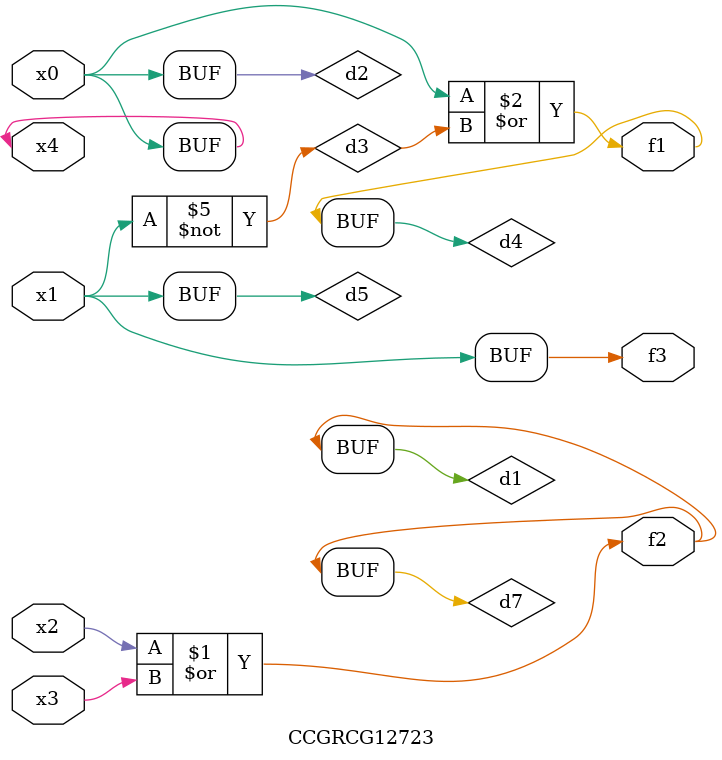
<source format=v>
module CCGRCG12723(
	input x0, x1, x2, x3, x4,
	output f1, f2, f3
);

	wire d1, d2, d3, d4, d5, d6, d7;

	or (d1, x2, x3);
	buf (d2, x0, x4);
	not (d3, x1);
	or (d4, d2, d3);
	not (d5, d3);
	nand (d6, d1, d3);
	or (d7, d1);
	assign f1 = d4;
	assign f2 = d7;
	assign f3 = d5;
endmodule

</source>
